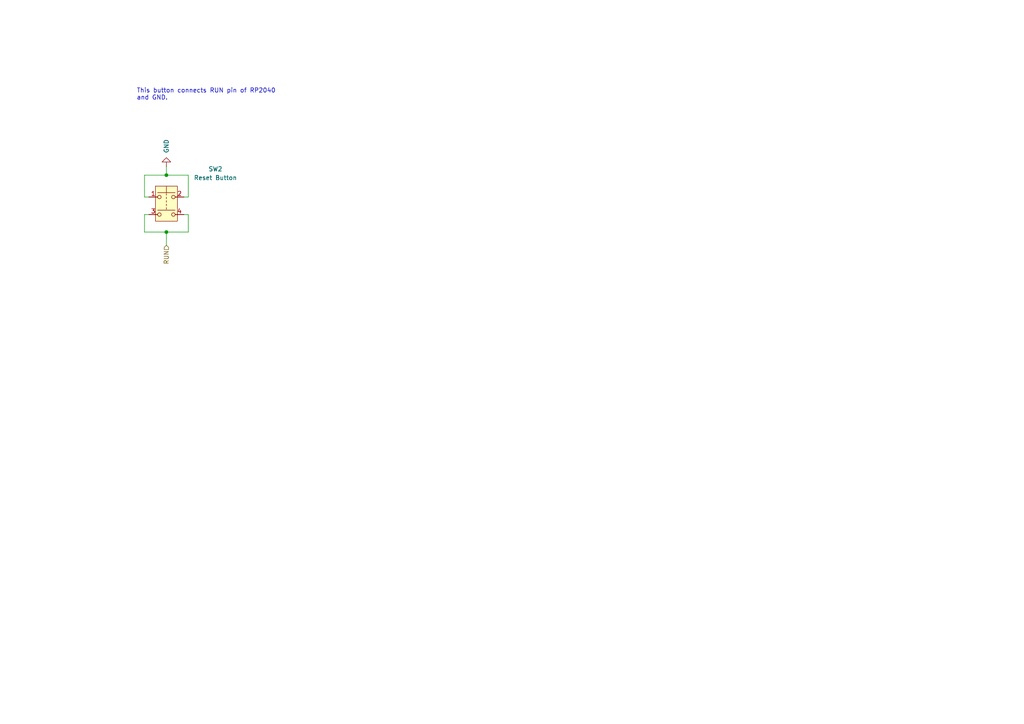
<source format=kicad_sch>
(kicad_sch (version 20231120) (generator "eeschema") (generator_version "8.0")
  (paper "A4")
  (title_block (title "Valera-2350A") (date "2025-01-30") (rev "1.0") (company "Mikhail Matveev") (comment 1 "https://github.com/xtremespb/frank"))
  (lib_symbols
    (symbol "GND_1" (power) (pin_numbers hide) (pin_names (offset 0) hide)
      (property "Value" "GND" (at 0 -3.81 0))
      (symbol "GND_1_0_1"
        (polyline (pts (xy 0 0) (xy 0 -1.27) (xy 1.27 -1.27) (xy 0 -2.54) (xy -1.27 -1.27) (xy 0 -1.27)))
      )
      (symbol "GND_1_1_1"
        (pin power_in line (at 0 0 270) (length 0) (name "~") (number "1"))
      )
    )
    (symbol "Switch:SW_Push_Dual" (pin_names (offset 1.016) hide)
      (property "Reference" "SW" (at 0 7.62 0))
      (property "Value" "SW_Push_Dual" (at 0 -6.35 0))
      (symbol "SW_Push_Dual_0_1"
        (circle (center -2.032 -2.54) (radius 0.508))
        (circle (center -2.032 2.54) (radius 0.508))
        (polyline (pts (xy 0 -0.508) (xy 0 -1.016)))
        (polyline (pts (xy 0 0.508) (xy 0 0)))
        (polyline (pts (xy 0 1.016) (xy 0 1.524)))
        (polyline (pts (xy 0 2.032) (xy 0 2.54)))
        (polyline (pts (xy 0 3.048) (xy 0 3.556)))
        (polyline (pts (xy 0 3.81) (xy 0 5.588)))
        (polyline (pts (xy 2.54 -1.27) (xy -2.54 -1.27)))
        (polyline (pts (xy 2.54 3.81) (xy -2.54 3.81)))
        (circle (center 2.032 -2.54) (radius 0.508))
        (circle (center 2.032 2.54) (radius 0.508))
        (pin passive line (at -5.08 2.54 0) (length 2.54) (name "1") (number "1"))
        (pin passive line (at 5.08 2.54 180) (length 2.54) (name "2") (number "2"))
        (pin passive line (at -5.08 -2.54 0) (length 2.54) (name "3") (number "3"))
        (pin passive line (at 5.08 -2.54 180) (length 2.54) (name "4") (number "4"))
      )
      (symbol "SW_Push_Dual_1_1"
        (rectangle (start -3.175 5.715) (end 3.175 -4.445) (fill (type background)))
      )
    )
  )
  (junction (at 48.26 50.8))
  (junction (at 48.26 67.31))
  (wire (pts (xy 41.91 62.23) (xy 43.18 62.23)))
  (wire (pts (xy 41.91 50.8) (xy 48.26 50.8)))
  (wire (pts (xy 41.91 50.8) (xy 41.91 57.15)))
  (wire (pts (xy 48.26 67.31) (xy 54.61 67.31)))
  (wire (pts (xy 41.91 67.31) (xy 48.26 67.31)))
  (wire (pts (xy 54.61 67.31) (xy 54.61 62.23)))
  (wire (pts (xy 48.26 48.26) (xy 48.26 50.8)))
  (wire (pts (xy 53.34 57.15) (xy 54.61 57.15)))
  (wire (pts (xy 54.61 50.8) (xy 54.61 57.15)))
  (wire (pts (xy 48.26 67.31) (xy 48.26 71.12)))
  (wire (pts (xy 41.91 67.31) (xy 41.91 62.23)))
  (wire (pts (xy 41.91 57.15) (xy 43.18 57.15)))
  (wire (pts (xy 48.26 50.8) (xy 54.61 50.8)))
  (wire (pts (xy 53.34 62.23) (xy 54.61 62.23)))
  (text "This button connects RUN pin of RP2040\nand GND." (at 39.624 27.432 0) (effects (font (size 1.27 1.27)) (justify left)))
  (hierarchical_label "RUN" (shape input) (at 48.26 71.12 270))
  (symbol (lib_id "Switch:SW_Push_Dual") (at 48.26 59.69 0) (unit 1)
    (property "Reference" "SW2" (at 62.484 49.022 0))
    (property "Value" "Reset Button" (at 62.484 51.562 0))
    (property "Footprint" "FRANK:Button (SMD, 3x3mm)" (effects (hide yes)))
    (property "Datasheet" "https://img.klsele.com/admin/product_upload/20150508135408KLS7-TS3302.pdf" (effects (hide yes)))
    (property "Description" "Push button switch, generic, symbol, four pins" (effects (hide yes)))
    (property "AliExpress" "https://www.aliexpress.com/item/1005001629293584.html" (effects (hide yes)))
  )
  (symbol (lib_name "GND_1") (lib_id "power:GND") (at 48.26 48.26 180) (unit 1)
    (property "Reference" "#PWR044" (effects (hide yes)))
    (property "Value" "GND" (at 48.2601 44.45 90) (effects (justify right)))
    (property "Description" "Power symbol creates a global label with name \"GND\" , ground" (effects (hide yes)))
  )
)
</source>
